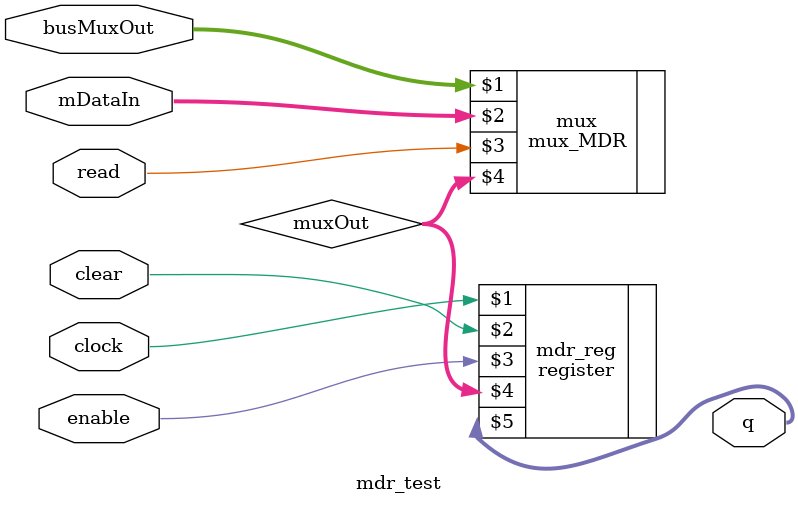
<source format=v>
module mdr_test(
	input wire [31:0] busMuxOut,
	input wire [31:0] mDataIn,
	
	input wire read,
	
	input wire clock, 
	input wire clear,
	input wire enable,
	
	output wire [31:0] q
	
);

	wire [31:0] muxOut;
	register mdr_reg(clock, clear, enable, muxOut, q);
	mux_MDR mux(busMuxOut, mDataIn, read, muxOut);

endmodule
</source>
